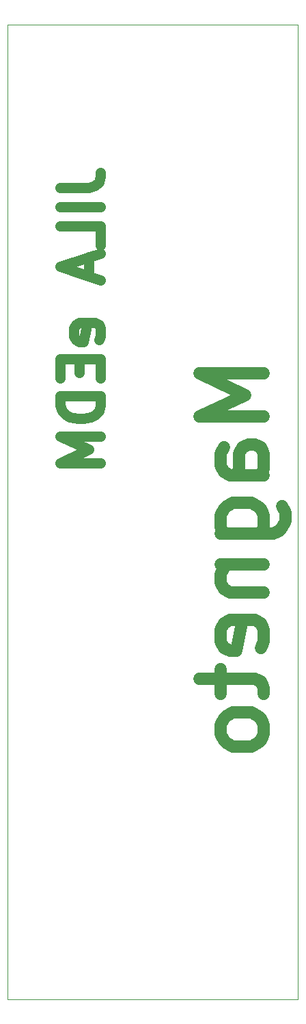
<source format=gbo>
G04 (created by PCBNEW (2013-07-07 BZR 4022)-stable) date 10/26/2015 6:46:51 PM*
%MOIN*%
G04 Gerber Fmt 3.4, Leading zero omitted, Abs format*
%FSLAX34Y34*%
G01*
G70*
G90*
G04 APERTURE LIST*
%ADD10C,0.00590551*%
%ADD11C,0.0590551*%
%ADD12C,0.0492126*%
%ADD13C,0.00393701*%
G04 APERTURE END LIST*
G54D10*
G54D11*
X87101Y-62654D02*
X83952Y-62654D01*
X86201Y-63704D01*
X83952Y-64754D01*
X87101Y-64754D01*
X87101Y-67604D02*
X85451Y-67604D01*
X85151Y-67454D01*
X85001Y-67154D01*
X85001Y-66554D01*
X85151Y-66254D01*
X86951Y-67604D02*
X87101Y-67304D01*
X87101Y-66554D01*
X86951Y-66254D01*
X86651Y-66104D01*
X86351Y-66104D01*
X86051Y-66254D01*
X85901Y-66554D01*
X85901Y-67304D01*
X85751Y-67604D01*
X85001Y-70453D02*
X87551Y-70453D01*
X87851Y-70303D01*
X88001Y-70153D01*
X88151Y-69853D01*
X88151Y-69403D01*
X88001Y-69103D01*
X86951Y-70453D02*
X87101Y-70153D01*
X87101Y-69553D01*
X86951Y-69253D01*
X86801Y-69103D01*
X86501Y-68953D01*
X85601Y-68953D01*
X85301Y-69103D01*
X85151Y-69253D01*
X85001Y-69553D01*
X85001Y-70153D01*
X85151Y-70453D01*
X85001Y-71953D02*
X87101Y-71953D01*
X85301Y-71953D02*
X85151Y-72103D01*
X85001Y-72403D01*
X85001Y-72853D01*
X85151Y-73153D01*
X85451Y-73303D01*
X87101Y-73303D01*
X86951Y-76002D02*
X87101Y-75703D01*
X87101Y-75103D01*
X86951Y-74803D01*
X86651Y-74653D01*
X85451Y-74653D01*
X85151Y-74803D01*
X85001Y-75103D01*
X85001Y-75703D01*
X85151Y-76002D01*
X85451Y-76152D01*
X85751Y-76152D01*
X86051Y-74653D01*
X85001Y-77052D02*
X85001Y-78252D01*
X83952Y-77502D02*
X86651Y-77502D01*
X86951Y-77652D01*
X87101Y-77952D01*
X87101Y-78252D01*
X87101Y-79752D02*
X86951Y-79452D01*
X86801Y-79302D01*
X86501Y-79152D01*
X85601Y-79152D01*
X85301Y-79302D01*
X85151Y-79452D01*
X85001Y-79752D01*
X85001Y-80202D01*
X85151Y-80502D01*
X85301Y-80652D01*
X85601Y-80802D01*
X86501Y-80802D01*
X86801Y-80652D01*
X86951Y-80502D01*
X87101Y-80202D01*
X87101Y-79752D01*
G54D12*
X77174Y-53618D02*
X78580Y-53618D01*
X78862Y-53524D01*
X79049Y-53337D01*
X79143Y-53055D01*
X79143Y-52868D01*
X79143Y-54555D02*
X77174Y-54555D01*
X79143Y-56430D02*
X79143Y-55493D01*
X77174Y-55493D01*
X78580Y-56992D02*
X78580Y-57930D01*
X79143Y-56805D02*
X77174Y-57461D01*
X79143Y-58117D01*
X79049Y-61023D02*
X79143Y-60836D01*
X79143Y-60461D01*
X79049Y-60273D01*
X78862Y-60179D01*
X78112Y-60179D01*
X77924Y-60273D01*
X77830Y-60461D01*
X77830Y-60836D01*
X77924Y-61023D01*
X78112Y-61117D01*
X78299Y-61117D01*
X78487Y-60179D01*
X78112Y-61961D02*
X78112Y-62617D01*
X79143Y-62898D02*
X79143Y-61961D01*
X77174Y-61961D01*
X77174Y-62898D01*
X79143Y-63742D02*
X77174Y-63742D01*
X77174Y-64210D01*
X77268Y-64491D01*
X77455Y-64679D01*
X77643Y-64773D01*
X78018Y-64866D01*
X78299Y-64866D01*
X78674Y-64773D01*
X78862Y-64679D01*
X79049Y-64491D01*
X79143Y-64210D01*
X79143Y-63742D01*
X79143Y-65710D02*
X77174Y-65710D01*
X78580Y-66366D01*
X77174Y-67022D01*
X79143Y-67022D01*
G54D13*
X74606Y-93110D02*
X74803Y-93110D01*
X74606Y-45669D02*
X74606Y-93110D01*
X74803Y-45669D02*
X74606Y-45669D01*
X74803Y-45669D02*
X88582Y-45669D01*
X88779Y-93110D02*
X88582Y-93110D01*
X88779Y-45669D02*
X88779Y-93110D01*
X88582Y-45669D02*
X88779Y-45669D01*
X74803Y-93110D02*
X88582Y-93110D01*
M02*

</source>
